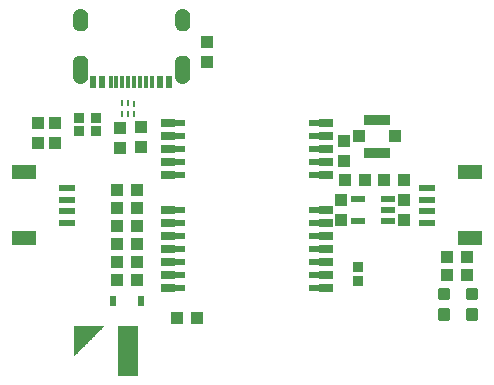
<source format=gtp>
G75*
%MOIN*%
%OFA0B0*%
%FSLAX25Y25*%
%IPPOS*%
%LPD*%
%AMOC8*
5,1,8,0,0,1.08239X$1,22.5*
%
%ADD10R,0.07874X0.04724*%
%ADD11R,0.05315X0.02362*%
%ADD12R,0.04331X0.03937*%
%ADD13C,0.00197*%
%ADD14R,0.06693X0.16535*%
%ADD15R,0.03937X0.04331*%
%ADD16C,0.01181*%
%ADD17R,0.02480X0.03268*%
%ADD18R,0.08661X0.03346*%
%ADD19R,0.04134X0.03937*%
%ADD20R,0.04724X0.02165*%
%ADD21R,0.04724X0.03150*%
%ADD22R,0.03543X0.02362*%
%ADD23R,0.00984X0.02402*%
%ADD24R,0.00984X0.02205*%
%ADD25R,0.01181X0.04000*%
%ADD26R,0.02362X0.04000*%
%ADD27R,0.02165X0.04000*%
%ADD28C,0.00039*%
%ADD29R,0.03543X0.03346*%
D10*
X0158865Y0127876D03*
X0158865Y0149924D03*
X0307802Y0149924D03*
X0307802Y0127876D03*
D11*
X0293333Y0132994D03*
X0293333Y0136931D03*
X0293333Y0140869D03*
X0293333Y0144806D03*
X0173333Y0144806D03*
X0173333Y0140869D03*
X0173333Y0136931D03*
X0173333Y0132994D03*
D12*
X0189987Y0131900D03*
X0196680Y0131900D03*
X0196680Y0125900D03*
X0189987Y0125900D03*
X0189987Y0119900D03*
X0196680Y0119900D03*
X0196680Y0113900D03*
X0189987Y0113900D03*
X0209987Y0101400D03*
X0216680Y0101400D03*
X0196680Y0137900D03*
X0189987Y0137900D03*
X0189987Y0143900D03*
X0196680Y0143900D03*
X0265987Y0147400D03*
X0272680Y0147400D03*
X0278987Y0147400D03*
X0285680Y0147400D03*
X0299987Y0121600D03*
X0299987Y0115600D03*
X0306680Y0115600D03*
X0306680Y0121600D03*
D13*
X0185231Y0098551D02*
X0175782Y0089102D01*
X0175782Y0098551D01*
X0185231Y0098551D01*
X0185123Y0098443D02*
X0175782Y0098443D01*
X0175782Y0098248D02*
X0184928Y0098248D01*
X0184732Y0098053D02*
X0175782Y0098053D01*
X0175782Y0097857D02*
X0184537Y0097857D01*
X0184342Y0097662D02*
X0175782Y0097662D01*
X0175782Y0097467D02*
X0184146Y0097467D01*
X0183951Y0097271D02*
X0175782Y0097271D01*
X0175782Y0097076D02*
X0183756Y0097076D01*
X0183560Y0096881D02*
X0175782Y0096881D01*
X0175782Y0096685D02*
X0183365Y0096685D01*
X0183170Y0096490D02*
X0175782Y0096490D01*
X0175782Y0096294D02*
X0182974Y0096294D01*
X0182779Y0096099D02*
X0175782Y0096099D01*
X0175782Y0095904D02*
X0182583Y0095904D01*
X0182388Y0095708D02*
X0175782Y0095708D01*
X0175782Y0095513D02*
X0182193Y0095513D01*
X0181997Y0095318D02*
X0175782Y0095318D01*
X0175782Y0095122D02*
X0181802Y0095122D01*
X0181607Y0094927D02*
X0175782Y0094927D01*
X0175782Y0094732D02*
X0181411Y0094732D01*
X0181216Y0094536D02*
X0175782Y0094536D01*
X0175782Y0094341D02*
X0181021Y0094341D01*
X0180825Y0094145D02*
X0175782Y0094145D01*
X0175782Y0093950D02*
X0180630Y0093950D01*
X0180435Y0093755D02*
X0175782Y0093755D01*
X0175782Y0093559D02*
X0180239Y0093559D01*
X0180044Y0093364D02*
X0175782Y0093364D01*
X0175782Y0093169D02*
X0179848Y0093169D01*
X0179653Y0092973D02*
X0175782Y0092973D01*
X0175782Y0092778D02*
X0179458Y0092778D01*
X0179262Y0092583D02*
X0175782Y0092583D01*
X0175782Y0092387D02*
X0179067Y0092387D01*
X0178872Y0092192D02*
X0175782Y0092192D01*
X0175782Y0091996D02*
X0178676Y0091996D01*
X0178481Y0091801D02*
X0175782Y0091801D01*
X0175782Y0091606D02*
X0178286Y0091606D01*
X0178090Y0091410D02*
X0175782Y0091410D01*
X0175782Y0091215D02*
X0177895Y0091215D01*
X0177699Y0091020D02*
X0175782Y0091020D01*
X0175782Y0090824D02*
X0177504Y0090824D01*
X0177309Y0090629D02*
X0175782Y0090629D01*
X0175782Y0090434D02*
X0177113Y0090434D01*
X0176918Y0090238D02*
X0175782Y0090238D01*
X0175782Y0090043D02*
X0176723Y0090043D01*
X0176527Y0089847D02*
X0175782Y0089847D01*
X0175782Y0089652D02*
X0176332Y0089652D01*
X0176137Y0089457D02*
X0175782Y0089457D01*
X0175782Y0089261D02*
X0175941Y0089261D01*
D14*
X0193617Y0090362D03*
D15*
X0264833Y0134054D03*
X0264833Y0140746D03*
X0265833Y0153554D03*
X0265833Y0160246D03*
X0285833Y0140746D03*
X0285833Y0134054D03*
X0220133Y0186654D03*
X0220133Y0193346D03*
X0198133Y0164946D03*
X0198133Y0158254D03*
X0190933Y0158054D03*
X0190933Y0164746D03*
X0169433Y0166246D03*
X0163533Y0166246D03*
X0163533Y0159554D03*
X0169433Y0159554D03*
D16*
X0297555Y0110831D02*
X0300311Y0110831D01*
X0300311Y0108075D01*
X0297555Y0108075D01*
X0297555Y0110831D01*
X0297555Y0109197D02*
X0300311Y0109197D01*
X0300311Y0110319D02*
X0297555Y0110319D01*
X0307055Y0110831D02*
X0309811Y0110831D01*
X0309811Y0108075D01*
X0307055Y0108075D01*
X0307055Y0110831D01*
X0307055Y0109197D02*
X0309811Y0109197D01*
X0309811Y0110319D02*
X0307055Y0110319D01*
X0307055Y0103925D02*
X0309811Y0103925D01*
X0309811Y0101169D01*
X0307055Y0101169D01*
X0307055Y0103925D01*
X0307055Y0102291D02*
X0309811Y0102291D01*
X0309811Y0103413D02*
X0307055Y0103413D01*
X0300311Y0103925D02*
X0297555Y0103925D01*
X0300311Y0103925D02*
X0300311Y0101169D01*
X0297555Y0101169D01*
X0297555Y0103925D01*
X0297555Y0102291D02*
X0300311Y0102291D01*
X0300311Y0103413D02*
X0297555Y0103413D01*
D17*
X0197861Y0106900D03*
X0188806Y0106900D03*
D18*
X0276833Y0156487D03*
X0276833Y0167313D03*
D19*
X0270829Y0161900D03*
X0282837Y0161900D03*
D20*
X0280452Y0141140D03*
X0280452Y0137400D03*
X0280452Y0133660D03*
X0270215Y0133660D03*
X0270215Y0141140D03*
D21*
X0259711Y0137325D03*
X0259711Y0132994D03*
X0259711Y0128664D03*
X0259711Y0124333D03*
X0259711Y0120002D03*
X0259711Y0115672D03*
X0259711Y0111341D03*
X0206955Y0111341D03*
X0206955Y0115672D03*
X0206955Y0120002D03*
X0206955Y0124333D03*
X0206955Y0128664D03*
X0206955Y0132994D03*
X0206955Y0137325D03*
X0206955Y0149136D03*
X0206955Y0153467D03*
X0206955Y0157798D03*
X0206955Y0162128D03*
X0206955Y0166459D03*
X0259711Y0166459D03*
X0259711Y0162128D03*
X0259711Y0157798D03*
X0259711Y0153467D03*
X0259711Y0149136D03*
D22*
X0255577Y0149136D03*
X0255577Y0153467D03*
X0255577Y0157798D03*
X0255577Y0162128D03*
X0255577Y0166459D03*
X0255577Y0137325D03*
X0255577Y0132994D03*
X0255577Y0128664D03*
X0255577Y0124333D03*
X0255577Y0120002D03*
X0255577Y0115672D03*
X0255577Y0111341D03*
X0211089Y0111341D03*
X0211089Y0115672D03*
X0211089Y0120002D03*
X0211089Y0124333D03*
X0211089Y0128664D03*
X0211089Y0132994D03*
X0211089Y0137325D03*
X0211089Y0149136D03*
X0211089Y0153467D03*
X0211089Y0157798D03*
X0211089Y0162128D03*
X0211089Y0166459D03*
D23*
X0195702Y0172794D03*
D24*
X0193733Y0172893D03*
X0191765Y0172893D03*
X0191765Y0169507D03*
X0193733Y0169507D03*
X0195702Y0169507D03*
D25*
X0195718Y0180094D03*
X0197686Y0180094D03*
X0199655Y0180094D03*
X0201623Y0180094D03*
X0193749Y0180094D03*
X0191781Y0180094D03*
X0189812Y0180094D03*
X0187844Y0180094D03*
D26*
X0182036Y0180094D03*
X0207430Y0180094D03*
D27*
X0204379Y0180094D03*
X0185088Y0180094D03*
D28*
X0180027Y0181518D02*
X0179881Y0181097D01*
X0179655Y0180712D01*
X0179359Y0180378D01*
X0179004Y0180109D01*
X0178602Y0179914D01*
X0178171Y0179801D01*
X0177725Y0179775D01*
X0177280Y0179801D01*
X0176849Y0179914D01*
X0176447Y0180109D01*
X0176092Y0180378D01*
X0175796Y0180712D01*
X0175570Y0181097D01*
X0175424Y0181518D01*
X0175363Y0181960D01*
X0175363Y0186684D01*
X0175444Y0187183D01*
X0175633Y0187651D01*
X0175922Y0188066D01*
X0176297Y0188406D01*
X0176737Y0188654D01*
X0177221Y0188798D01*
X0177725Y0188830D01*
X0178230Y0188798D01*
X0178714Y0188654D01*
X0179154Y0188406D01*
X0179528Y0188066D01*
X0179817Y0187651D01*
X0180007Y0187183D01*
X0180088Y0186684D01*
X0180088Y0181960D01*
X0180027Y0181518D01*
X0180027Y0181522D02*
X0175424Y0181522D01*
X0175418Y0181560D02*
X0180033Y0181560D01*
X0180038Y0181598D02*
X0175413Y0181598D01*
X0175408Y0181636D02*
X0180043Y0181636D01*
X0180048Y0181674D02*
X0175403Y0181674D01*
X0175397Y0181712D02*
X0180053Y0181712D01*
X0180059Y0181750D02*
X0175392Y0181750D01*
X0175387Y0181788D02*
X0180064Y0181788D01*
X0180069Y0181826D02*
X0175382Y0181826D01*
X0175377Y0181863D02*
X0180074Y0181863D01*
X0180080Y0181901D02*
X0175371Y0181901D01*
X0175366Y0181939D02*
X0180085Y0181939D01*
X0180088Y0181977D02*
X0175363Y0181977D01*
X0175363Y0182015D02*
X0180088Y0182015D01*
X0180088Y0182053D02*
X0175363Y0182053D01*
X0175363Y0182091D02*
X0180088Y0182091D01*
X0180088Y0182129D02*
X0175363Y0182129D01*
X0175363Y0182166D02*
X0180088Y0182166D01*
X0180088Y0182204D02*
X0175363Y0182204D01*
X0175363Y0182242D02*
X0180088Y0182242D01*
X0180088Y0182280D02*
X0175363Y0182280D01*
X0175363Y0182318D02*
X0180088Y0182318D01*
X0180088Y0182356D02*
X0175363Y0182356D01*
X0175363Y0182394D02*
X0180088Y0182394D01*
X0180088Y0182432D02*
X0175363Y0182432D01*
X0175363Y0182470D02*
X0180088Y0182470D01*
X0180088Y0182507D02*
X0175363Y0182507D01*
X0175363Y0182545D02*
X0180088Y0182545D01*
X0180088Y0182583D02*
X0175363Y0182583D01*
X0175363Y0182621D02*
X0180088Y0182621D01*
X0180088Y0182659D02*
X0175363Y0182659D01*
X0175363Y0182697D02*
X0180088Y0182697D01*
X0180088Y0182735D02*
X0175363Y0182735D01*
X0175363Y0182773D02*
X0180088Y0182773D01*
X0180088Y0182810D02*
X0175363Y0182810D01*
X0175363Y0182848D02*
X0180088Y0182848D01*
X0180088Y0182886D02*
X0175363Y0182886D01*
X0175363Y0182924D02*
X0180088Y0182924D01*
X0180088Y0182962D02*
X0175363Y0182962D01*
X0175363Y0183000D02*
X0180088Y0183000D01*
X0180088Y0183038D02*
X0175363Y0183038D01*
X0175363Y0183076D02*
X0180088Y0183076D01*
X0180088Y0183114D02*
X0175363Y0183114D01*
X0175363Y0183151D02*
X0180088Y0183151D01*
X0180088Y0183189D02*
X0175363Y0183189D01*
X0175363Y0183227D02*
X0180088Y0183227D01*
X0180088Y0183265D02*
X0175363Y0183265D01*
X0175363Y0183303D02*
X0180088Y0183303D01*
X0180088Y0183341D02*
X0175363Y0183341D01*
X0175363Y0183379D02*
X0180088Y0183379D01*
X0180088Y0183417D02*
X0175363Y0183417D01*
X0175363Y0183454D02*
X0180088Y0183454D01*
X0180088Y0183492D02*
X0175363Y0183492D01*
X0175363Y0183530D02*
X0180088Y0183530D01*
X0180088Y0183568D02*
X0175363Y0183568D01*
X0175363Y0183606D02*
X0180088Y0183606D01*
X0180088Y0183644D02*
X0175363Y0183644D01*
X0175363Y0183682D02*
X0180088Y0183682D01*
X0180088Y0183720D02*
X0175363Y0183720D01*
X0175363Y0183757D02*
X0180088Y0183757D01*
X0180088Y0183795D02*
X0175363Y0183795D01*
X0175363Y0183833D02*
X0180088Y0183833D01*
X0180088Y0183871D02*
X0175363Y0183871D01*
X0175363Y0183909D02*
X0180088Y0183909D01*
X0180088Y0183947D02*
X0175363Y0183947D01*
X0175363Y0183985D02*
X0180088Y0183985D01*
X0180088Y0184023D02*
X0175363Y0184023D01*
X0175363Y0184061D02*
X0180088Y0184061D01*
X0180088Y0184098D02*
X0175363Y0184098D01*
X0175363Y0184136D02*
X0180088Y0184136D01*
X0180088Y0184174D02*
X0175363Y0184174D01*
X0175363Y0184212D02*
X0180088Y0184212D01*
X0180088Y0184250D02*
X0175363Y0184250D01*
X0175363Y0184288D02*
X0180088Y0184288D01*
X0180088Y0184326D02*
X0175363Y0184326D01*
X0175363Y0184364D02*
X0180088Y0184364D01*
X0180088Y0184401D02*
X0175363Y0184401D01*
X0175363Y0184439D02*
X0180088Y0184439D01*
X0180088Y0184477D02*
X0175363Y0184477D01*
X0175363Y0184515D02*
X0180088Y0184515D01*
X0180088Y0184553D02*
X0175363Y0184553D01*
X0175363Y0184591D02*
X0180088Y0184591D01*
X0180088Y0184629D02*
X0175363Y0184629D01*
X0175363Y0184667D02*
X0180088Y0184667D01*
X0180088Y0184705D02*
X0175363Y0184705D01*
X0175363Y0184742D02*
X0180088Y0184742D01*
X0180088Y0184780D02*
X0175363Y0184780D01*
X0175363Y0184818D02*
X0180088Y0184818D01*
X0180088Y0184856D02*
X0175363Y0184856D01*
X0175363Y0184894D02*
X0180088Y0184894D01*
X0180088Y0184932D02*
X0175363Y0184932D01*
X0175363Y0184970D02*
X0180088Y0184970D01*
X0180088Y0185008D02*
X0175363Y0185008D01*
X0175363Y0185045D02*
X0180088Y0185045D01*
X0180088Y0185083D02*
X0175363Y0185083D01*
X0175363Y0185121D02*
X0180088Y0185121D01*
X0180088Y0185159D02*
X0175363Y0185159D01*
X0175363Y0185197D02*
X0180088Y0185197D01*
X0180088Y0185235D02*
X0175363Y0185235D01*
X0175363Y0185273D02*
X0180088Y0185273D01*
X0180088Y0185311D02*
X0175363Y0185311D01*
X0175363Y0185349D02*
X0180088Y0185349D01*
X0180088Y0185386D02*
X0175363Y0185386D01*
X0175363Y0185424D02*
X0180088Y0185424D01*
X0180088Y0185462D02*
X0175363Y0185462D01*
X0175363Y0185500D02*
X0180088Y0185500D01*
X0180088Y0185538D02*
X0175363Y0185538D01*
X0175363Y0185576D02*
X0180088Y0185576D01*
X0180088Y0185614D02*
X0175363Y0185614D01*
X0175363Y0185652D02*
X0180088Y0185652D01*
X0180088Y0185689D02*
X0175363Y0185689D01*
X0175363Y0185727D02*
X0180088Y0185727D01*
X0180088Y0185765D02*
X0175363Y0185765D01*
X0175363Y0185803D02*
X0180088Y0185803D01*
X0180088Y0185841D02*
X0175363Y0185841D01*
X0175363Y0185879D02*
X0180088Y0185879D01*
X0180088Y0185917D02*
X0175363Y0185917D01*
X0175363Y0185955D02*
X0180088Y0185955D01*
X0180088Y0185992D02*
X0175363Y0185992D01*
X0175363Y0186030D02*
X0180088Y0186030D01*
X0180088Y0186068D02*
X0175363Y0186068D01*
X0175363Y0186106D02*
X0180088Y0186106D01*
X0180088Y0186144D02*
X0175363Y0186144D01*
X0175363Y0186182D02*
X0180088Y0186182D01*
X0180088Y0186220D02*
X0175363Y0186220D01*
X0175363Y0186258D02*
X0180088Y0186258D01*
X0180088Y0186296D02*
X0175363Y0186296D01*
X0175363Y0186333D02*
X0180088Y0186333D01*
X0180088Y0186371D02*
X0175363Y0186371D01*
X0175363Y0186409D02*
X0180088Y0186409D01*
X0180088Y0186447D02*
X0175363Y0186447D01*
X0175363Y0186485D02*
X0180088Y0186485D01*
X0180088Y0186523D02*
X0175363Y0186523D01*
X0175363Y0186561D02*
X0180088Y0186561D01*
X0180088Y0186599D02*
X0175363Y0186599D01*
X0175363Y0186636D02*
X0180088Y0186636D01*
X0180088Y0186674D02*
X0175363Y0186674D01*
X0175368Y0186712D02*
X0180083Y0186712D01*
X0180077Y0186750D02*
X0175374Y0186750D01*
X0175380Y0186788D02*
X0180071Y0186788D01*
X0180065Y0186826D02*
X0175386Y0186826D01*
X0175392Y0186864D02*
X0180059Y0186864D01*
X0180053Y0186902D02*
X0175398Y0186902D01*
X0175404Y0186940D02*
X0180046Y0186940D01*
X0180040Y0186977D02*
X0175411Y0186977D01*
X0175417Y0187015D02*
X0180034Y0187015D01*
X0180028Y0187053D02*
X0175423Y0187053D01*
X0175429Y0187091D02*
X0180022Y0187091D01*
X0180016Y0187129D02*
X0175435Y0187129D01*
X0175441Y0187167D02*
X0180010Y0187167D01*
X0179998Y0187205D02*
X0175453Y0187205D01*
X0175468Y0187243D02*
X0179983Y0187243D01*
X0179968Y0187280D02*
X0175483Y0187280D01*
X0175499Y0187318D02*
X0179952Y0187318D01*
X0179937Y0187356D02*
X0175514Y0187356D01*
X0175529Y0187394D02*
X0179922Y0187394D01*
X0179906Y0187432D02*
X0175545Y0187432D01*
X0175560Y0187470D02*
X0179891Y0187470D01*
X0179876Y0187508D02*
X0175575Y0187508D01*
X0175591Y0187546D02*
X0179860Y0187546D01*
X0179845Y0187584D02*
X0175606Y0187584D01*
X0175621Y0187621D02*
X0179830Y0187621D01*
X0179812Y0187659D02*
X0175639Y0187659D01*
X0175665Y0187697D02*
X0179786Y0187697D01*
X0179759Y0187735D02*
X0175692Y0187735D01*
X0175718Y0187773D02*
X0179733Y0187773D01*
X0179706Y0187811D02*
X0175745Y0187811D01*
X0175771Y0187849D02*
X0179680Y0187849D01*
X0179654Y0187887D02*
X0175797Y0187887D01*
X0175824Y0187924D02*
X0179627Y0187924D01*
X0179601Y0187962D02*
X0175850Y0187962D01*
X0175877Y0188000D02*
X0179574Y0188000D01*
X0179548Y0188038D02*
X0175903Y0188038D01*
X0175934Y0188076D02*
X0179517Y0188076D01*
X0179476Y0188114D02*
X0175975Y0188114D01*
X0176017Y0188152D02*
X0179434Y0188152D01*
X0179392Y0188190D02*
X0176059Y0188190D01*
X0176100Y0188227D02*
X0179351Y0188227D01*
X0179309Y0188265D02*
X0176142Y0188265D01*
X0176184Y0188303D02*
X0179267Y0188303D01*
X0179225Y0188341D02*
X0176225Y0188341D01*
X0176267Y0188379D02*
X0179184Y0188379D01*
X0179134Y0188417D02*
X0176316Y0188417D01*
X0176384Y0188455D02*
X0179067Y0188455D01*
X0179000Y0188493D02*
X0176451Y0188493D01*
X0176518Y0188531D02*
X0178933Y0188531D01*
X0178865Y0188568D02*
X0176585Y0188568D01*
X0176653Y0188606D02*
X0178798Y0188606D01*
X0178731Y0188644D02*
X0176720Y0188644D01*
X0176832Y0188682D02*
X0178619Y0188682D01*
X0178491Y0188720D02*
X0176960Y0188720D01*
X0177088Y0188758D02*
X0178363Y0188758D01*
X0178236Y0188796D02*
X0177215Y0188796D01*
X0175436Y0181485D02*
X0180015Y0181485D01*
X0180002Y0181447D02*
X0175449Y0181447D01*
X0175462Y0181409D02*
X0179989Y0181409D01*
X0179976Y0181371D02*
X0175475Y0181371D01*
X0175488Y0181333D02*
X0179963Y0181333D01*
X0179950Y0181295D02*
X0175501Y0181295D01*
X0175515Y0181257D02*
X0179936Y0181257D01*
X0179923Y0181219D02*
X0175528Y0181219D01*
X0175541Y0181182D02*
X0179910Y0181182D01*
X0179897Y0181144D02*
X0175554Y0181144D01*
X0175567Y0181106D02*
X0179884Y0181106D01*
X0179864Y0181068D02*
X0175587Y0181068D01*
X0175609Y0181030D02*
X0179842Y0181030D01*
X0179820Y0180992D02*
X0175631Y0180992D01*
X0175654Y0180954D02*
X0179797Y0180954D01*
X0179775Y0180916D02*
X0175676Y0180916D01*
X0175698Y0180879D02*
X0179753Y0180879D01*
X0179731Y0180841D02*
X0175720Y0180841D01*
X0175742Y0180803D02*
X0179709Y0180803D01*
X0179686Y0180765D02*
X0175764Y0180765D01*
X0175787Y0180727D02*
X0179664Y0180727D01*
X0179635Y0180689D02*
X0175816Y0180689D01*
X0175849Y0180651D02*
X0179602Y0180651D01*
X0179568Y0180613D02*
X0175883Y0180613D01*
X0175917Y0180575D02*
X0179534Y0180575D01*
X0179501Y0180538D02*
X0175950Y0180538D01*
X0175984Y0180500D02*
X0179467Y0180500D01*
X0179433Y0180462D02*
X0176017Y0180462D01*
X0176051Y0180424D02*
X0179400Y0180424D01*
X0179366Y0180386D02*
X0176085Y0180386D01*
X0176131Y0180348D02*
X0179320Y0180348D01*
X0179270Y0180310D02*
X0176181Y0180310D01*
X0176231Y0180272D02*
X0179220Y0180272D01*
X0179170Y0180235D02*
X0176281Y0180235D01*
X0176331Y0180197D02*
X0179120Y0180197D01*
X0179070Y0180159D02*
X0176381Y0180159D01*
X0176431Y0180121D02*
X0179020Y0180121D01*
X0178950Y0180083D02*
X0176500Y0180083D01*
X0176578Y0180045D02*
X0178872Y0180045D01*
X0178794Y0180007D02*
X0176657Y0180007D01*
X0176735Y0179969D02*
X0178716Y0179969D01*
X0178638Y0179931D02*
X0176813Y0179931D01*
X0176927Y0179894D02*
X0178524Y0179894D01*
X0178379Y0179856D02*
X0177072Y0179856D01*
X0177217Y0179818D02*
X0178234Y0179818D01*
X0177812Y0179780D02*
X0177639Y0179780D01*
X0177725Y0197216D02*
X0177263Y0197263D01*
X0176818Y0197400D01*
X0176409Y0197621D01*
X0176051Y0197917D01*
X0175758Y0198278D01*
X0175540Y0198689D01*
X0175407Y0199135D01*
X0175363Y0199598D01*
X0175363Y0201960D01*
X0175410Y0202419D01*
X0175546Y0202859D01*
X0175765Y0203265D01*
X0176059Y0203620D01*
X0176417Y0203911D01*
X0176824Y0204127D01*
X0177266Y0204259D01*
X0177725Y0204302D01*
X0178249Y0204246D01*
X0178747Y0204074D01*
X0179194Y0203795D01*
X0179568Y0203424D01*
X0179850Y0202980D01*
X0180026Y0202483D01*
X0180088Y0201960D01*
X0180088Y0199598D01*
X0180030Y0199070D01*
X0179857Y0198567D01*
X0179576Y0198117D01*
X0179202Y0197739D01*
X0178754Y0197455D01*
X0178253Y0197277D01*
X0177725Y0197216D01*
X0177961Y0197243D02*
X0177457Y0197243D01*
X0177205Y0197281D02*
X0178264Y0197281D01*
X0178370Y0197319D02*
X0177082Y0197319D01*
X0176959Y0197357D02*
X0178477Y0197357D01*
X0178584Y0197395D02*
X0176836Y0197395D01*
X0176758Y0197433D02*
X0178691Y0197433D01*
X0178778Y0197471D02*
X0176688Y0197471D01*
X0176618Y0197508D02*
X0178838Y0197508D01*
X0178898Y0197546D02*
X0176548Y0197546D01*
X0176477Y0197584D02*
X0178958Y0197584D01*
X0179017Y0197622D02*
X0176408Y0197622D01*
X0176362Y0197660D02*
X0179077Y0197660D01*
X0179137Y0197698D02*
X0176316Y0197698D01*
X0176271Y0197736D02*
X0179196Y0197736D01*
X0179236Y0197774D02*
X0176225Y0197774D01*
X0176179Y0197811D02*
X0179274Y0197811D01*
X0179311Y0197849D02*
X0176133Y0197849D01*
X0176088Y0197887D02*
X0179349Y0197887D01*
X0179386Y0197925D02*
X0176045Y0197925D01*
X0176014Y0197963D02*
X0179424Y0197963D01*
X0179462Y0198001D02*
X0175983Y0198001D01*
X0175952Y0198039D02*
X0179499Y0198039D01*
X0179537Y0198077D02*
X0175922Y0198077D01*
X0175891Y0198115D02*
X0179574Y0198115D01*
X0179599Y0198152D02*
X0175860Y0198152D01*
X0175829Y0198190D02*
X0179622Y0198190D01*
X0179646Y0198228D02*
X0175798Y0198228D01*
X0175767Y0198266D02*
X0179669Y0198266D01*
X0179693Y0198304D02*
X0175744Y0198304D01*
X0175724Y0198342D02*
X0179717Y0198342D01*
X0179740Y0198380D02*
X0175704Y0198380D01*
X0175684Y0198418D02*
X0179764Y0198418D01*
X0179787Y0198455D02*
X0175664Y0198455D01*
X0175644Y0198493D02*
X0179811Y0198493D01*
X0179834Y0198531D02*
X0175624Y0198531D01*
X0175604Y0198569D02*
X0179858Y0198569D01*
X0179871Y0198607D02*
X0175584Y0198607D01*
X0175563Y0198645D02*
X0179884Y0198645D01*
X0179897Y0198683D02*
X0175543Y0198683D01*
X0175531Y0198721D02*
X0179910Y0198721D01*
X0179923Y0198759D02*
X0175519Y0198759D01*
X0175508Y0198796D02*
X0179936Y0198796D01*
X0179949Y0198834D02*
X0175497Y0198834D01*
X0175485Y0198872D02*
X0179962Y0198872D01*
X0179975Y0198910D02*
X0175474Y0198910D01*
X0175463Y0198948D02*
X0179988Y0198948D01*
X0180001Y0198986D02*
X0175451Y0198986D01*
X0175440Y0199024D02*
X0180015Y0199024D01*
X0180028Y0199062D02*
X0175429Y0199062D01*
X0175417Y0199099D02*
X0180034Y0199099D01*
X0180038Y0199137D02*
X0175407Y0199137D01*
X0175403Y0199175D02*
X0180042Y0199175D01*
X0180046Y0199213D02*
X0175400Y0199213D01*
X0175396Y0199251D02*
X0180050Y0199251D01*
X0180054Y0199289D02*
X0175392Y0199289D01*
X0175389Y0199327D02*
X0180058Y0199327D01*
X0180062Y0199365D02*
X0175385Y0199365D01*
X0175382Y0199403D02*
X0180066Y0199403D01*
X0180071Y0199440D02*
X0175378Y0199440D01*
X0175375Y0199478D02*
X0180075Y0199478D01*
X0180079Y0199516D02*
X0175371Y0199516D01*
X0175367Y0199554D02*
X0180083Y0199554D01*
X0180087Y0199592D02*
X0175364Y0199592D01*
X0175363Y0199630D02*
X0180088Y0199630D01*
X0180088Y0199668D02*
X0175363Y0199668D01*
X0175363Y0199706D02*
X0180088Y0199706D01*
X0180088Y0199743D02*
X0175363Y0199743D01*
X0175363Y0199781D02*
X0180088Y0199781D01*
X0180088Y0199819D02*
X0175363Y0199819D01*
X0175363Y0199857D02*
X0180088Y0199857D01*
X0180088Y0199895D02*
X0175363Y0199895D01*
X0175363Y0199933D02*
X0180088Y0199933D01*
X0180088Y0199971D02*
X0175363Y0199971D01*
X0175363Y0200009D02*
X0180088Y0200009D01*
X0180088Y0200046D02*
X0175363Y0200046D01*
X0175363Y0200084D02*
X0180088Y0200084D01*
X0180088Y0200122D02*
X0175363Y0200122D01*
X0175363Y0200160D02*
X0180088Y0200160D01*
X0180088Y0200198D02*
X0175363Y0200198D01*
X0175363Y0200236D02*
X0180088Y0200236D01*
X0180088Y0200274D02*
X0175363Y0200274D01*
X0175363Y0200312D02*
X0180088Y0200312D01*
X0180088Y0200350D02*
X0175363Y0200350D01*
X0175363Y0200387D02*
X0180088Y0200387D01*
X0180088Y0200425D02*
X0175363Y0200425D01*
X0175363Y0200463D02*
X0180088Y0200463D01*
X0180088Y0200501D02*
X0175363Y0200501D01*
X0175363Y0200539D02*
X0180088Y0200539D01*
X0180088Y0200577D02*
X0175363Y0200577D01*
X0175363Y0200615D02*
X0180088Y0200615D01*
X0180088Y0200653D02*
X0175363Y0200653D01*
X0175363Y0200690D02*
X0180088Y0200690D01*
X0180088Y0200728D02*
X0175363Y0200728D01*
X0175363Y0200766D02*
X0180088Y0200766D01*
X0180088Y0200804D02*
X0175363Y0200804D01*
X0175363Y0200842D02*
X0180088Y0200842D01*
X0180088Y0200880D02*
X0175363Y0200880D01*
X0175363Y0200918D02*
X0180088Y0200918D01*
X0180088Y0200956D02*
X0175363Y0200956D01*
X0175363Y0200994D02*
X0180088Y0200994D01*
X0180088Y0201031D02*
X0175363Y0201031D01*
X0175363Y0201069D02*
X0180088Y0201069D01*
X0180088Y0201107D02*
X0175363Y0201107D01*
X0175363Y0201145D02*
X0180088Y0201145D01*
X0180088Y0201183D02*
X0175363Y0201183D01*
X0175363Y0201221D02*
X0180088Y0201221D01*
X0180088Y0201259D02*
X0175363Y0201259D01*
X0175363Y0201297D02*
X0180088Y0201297D01*
X0180088Y0201334D02*
X0175363Y0201334D01*
X0175363Y0201372D02*
X0180088Y0201372D01*
X0180088Y0201410D02*
X0175363Y0201410D01*
X0175363Y0201448D02*
X0180088Y0201448D01*
X0180088Y0201486D02*
X0175363Y0201486D01*
X0175363Y0201524D02*
X0180088Y0201524D01*
X0180088Y0201562D02*
X0175363Y0201562D01*
X0175363Y0201600D02*
X0180088Y0201600D01*
X0180088Y0201638D02*
X0175363Y0201638D01*
X0175363Y0201675D02*
X0180088Y0201675D01*
X0180088Y0201713D02*
X0175363Y0201713D01*
X0175363Y0201751D02*
X0180088Y0201751D01*
X0180088Y0201789D02*
X0175363Y0201789D01*
X0175363Y0201827D02*
X0180088Y0201827D01*
X0180088Y0201865D02*
X0175363Y0201865D01*
X0175363Y0201903D02*
X0180088Y0201903D01*
X0180088Y0201941D02*
X0175363Y0201941D01*
X0175365Y0201978D02*
X0180085Y0201978D01*
X0180081Y0202016D02*
X0175369Y0202016D01*
X0175373Y0202054D02*
X0180077Y0202054D01*
X0180072Y0202092D02*
X0175377Y0202092D01*
X0175381Y0202130D02*
X0180068Y0202130D01*
X0180063Y0202168D02*
X0175385Y0202168D01*
X0175388Y0202206D02*
X0180059Y0202206D01*
X0180054Y0202244D02*
X0175392Y0202244D01*
X0175396Y0202281D02*
X0180050Y0202281D01*
X0180046Y0202319D02*
X0175400Y0202319D01*
X0175404Y0202357D02*
X0180041Y0202357D01*
X0180037Y0202395D02*
X0175408Y0202395D01*
X0175415Y0202433D02*
X0180032Y0202433D01*
X0180028Y0202471D02*
X0175426Y0202471D01*
X0175438Y0202509D02*
X0180017Y0202509D01*
X0180004Y0202547D02*
X0175450Y0202547D01*
X0175461Y0202585D02*
X0179990Y0202585D01*
X0179977Y0202622D02*
X0175473Y0202622D01*
X0175485Y0202660D02*
X0179964Y0202660D01*
X0179950Y0202698D02*
X0175496Y0202698D01*
X0175508Y0202736D02*
X0179937Y0202736D01*
X0179923Y0202774D02*
X0175520Y0202774D01*
X0175531Y0202812D02*
X0179910Y0202812D01*
X0179896Y0202850D02*
X0175543Y0202850D01*
X0175561Y0202888D02*
X0179883Y0202888D01*
X0179870Y0202925D02*
X0175582Y0202925D01*
X0175602Y0202963D02*
X0179856Y0202963D01*
X0179837Y0203001D02*
X0175623Y0203001D01*
X0175643Y0203039D02*
X0179813Y0203039D01*
X0179789Y0203077D02*
X0175664Y0203077D01*
X0175684Y0203115D02*
X0179765Y0203115D01*
X0179741Y0203153D02*
X0175705Y0203153D01*
X0175725Y0203191D02*
X0179717Y0203191D01*
X0179693Y0203229D02*
X0175745Y0203229D01*
X0175766Y0203266D02*
X0179668Y0203266D01*
X0179644Y0203304D02*
X0175798Y0203304D01*
X0175829Y0203342D02*
X0179620Y0203342D01*
X0179596Y0203380D02*
X0175860Y0203380D01*
X0175892Y0203418D02*
X0179572Y0203418D01*
X0179537Y0203456D02*
X0175923Y0203456D01*
X0175954Y0203494D02*
X0179498Y0203494D01*
X0179460Y0203532D02*
X0175986Y0203532D01*
X0176017Y0203569D02*
X0179422Y0203569D01*
X0179384Y0203607D02*
X0176048Y0203607D01*
X0176090Y0203645D02*
X0179346Y0203645D01*
X0179307Y0203683D02*
X0176136Y0203683D01*
X0176183Y0203721D02*
X0179269Y0203721D01*
X0179231Y0203759D02*
X0176229Y0203759D01*
X0176276Y0203797D02*
X0179192Y0203797D01*
X0179131Y0203835D02*
X0176323Y0203835D01*
X0176369Y0203873D02*
X0179070Y0203873D01*
X0179009Y0203910D02*
X0176416Y0203910D01*
X0176487Y0203948D02*
X0178949Y0203948D01*
X0178888Y0203986D02*
X0176558Y0203986D01*
X0176630Y0204024D02*
X0178827Y0204024D01*
X0178766Y0204062D02*
X0176701Y0204062D01*
X0176773Y0204100D02*
X0178671Y0204100D01*
X0178562Y0204138D02*
X0176860Y0204138D01*
X0176987Y0204176D02*
X0178452Y0204176D01*
X0178342Y0204213D02*
X0177114Y0204213D01*
X0177240Y0204251D02*
X0178196Y0204251D01*
X0177847Y0204289D02*
X0177586Y0204289D01*
X0209379Y0201960D02*
X0209379Y0199598D01*
X0209423Y0199135D01*
X0209556Y0198689D01*
X0209773Y0198278D01*
X0210067Y0197917D01*
X0210425Y0197621D01*
X0210834Y0197400D01*
X0211279Y0197263D01*
X0211741Y0197216D01*
X0212269Y0197277D01*
X0212769Y0197455D01*
X0213218Y0197739D01*
X0213592Y0198117D01*
X0213873Y0198567D01*
X0214046Y0199070D01*
X0214103Y0199598D01*
X0214103Y0201960D01*
X0214042Y0202483D01*
X0213866Y0202980D01*
X0213584Y0203424D01*
X0213210Y0203795D01*
X0212763Y0204074D01*
X0212265Y0204246D01*
X0211741Y0204302D01*
X0211282Y0204259D01*
X0210840Y0204127D01*
X0210433Y0203911D01*
X0210075Y0203620D01*
X0209781Y0203265D01*
X0209562Y0202859D01*
X0209426Y0202419D01*
X0209379Y0201960D01*
X0209381Y0201978D02*
X0214101Y0201978D01*
X0214103Y0201941D02*
X0209379Y0201941D01*
X0209379Y0201903D02*
X0214103Y0201903D01*
X0214103Y0201865D02*
X0209379Y0201865D01*
X0209379Y0201827D02*
X0214103Y0201827D01*
X0214103Y0201789D02*
X0209379Y0201789D01*
X0209379Y0201751D02*
X0214103Y0201751D01*
X0214103Y0201713D02*
X0209379Y0201713D01*
X0209379Y0201675D02*
X0214103Y0201675D01*
X0214103Y0201638D02*
X0209379Y0201638D01*
X0209379Y0201600D02*
X0214103Y0201600D01*
X0214103Y0201562D02*
X0209379Y0201562D01*
X0209379Y0201524D02*
X0214103Y0201524D01*
X0214103Y0201486D02*
X0209379Y0201486D01*
X0209379Y0201448D02*
X0214103Y0201448D01*
X0214103Y0201410D02*
X0209379Y0201410D01*
X0209379Y0201372D02*
X0214103Y0201372D01*
X0214103Y0201334D02*
X0209379Y0201334D01*
X0209379Y0201297D02*
X0214103Y0201297D01*
X0214103Y0201259D02*
X0209379Y0201259D01*
X0209379Y0201221D02*
X0214103Y0201221D01*
X0214103Y0201183D02*
X0209379Y0201183D01*
X0209379Y0201145D02*
X0214103Y0201145D01*
X0214103Y0201107D02*
X0209379Y0201107D01*
X0209379Y0201069D02*
X0214103Y0201069D01*
X0214103Y0201031D02*
X0209379Y0201031D01*
X0209379Y0200994D02*
X0214103Y0200994D01*
X0214103Y0200956D02*
X0209379Y0200956D01*
X0209379Y0200918D02*
X0214103Y0200918D01*
X0214103Y0200880D02*
X0209379Y0200880D01*
X0209379Y0200842D02*
X0214103Y0200842D01*
X0214103Y0200804D02*
X0209379Y0200804D01*
X0209379Y0200766D02*
X0214103Y0200766D01*
X0214103Y0200728D02*
X0209379Y0200728D01*
X0209379Y0200690D02*
X0214103Y0200690D01*
X0214103Y0200653D02*
X0209379Y0200653D01*
X0209379Y0200615D02*
X0214103Y0200615D01*
X0214103Y0200577D02*
X0209379Y0200577D01*
X0209379Y0200539D02*
X0214103Y0200539D01*
X0214103Y0200501D02*
X0209379Y0200501D01*
X0209379Y0200463D02*
X0214103Y0200463D01*
X0214103Y0200425D02*
X0209379Y0200425D01*
X0209379Y0200387D02*
X0214103Y0200387D01*
X0214103Y0200350D02*
X0209379Y0200350D01*
X0209379Y0200312D02*
X0214103Y0200312D01*
X0214103Y0200274D02*
X0209379Y0200274D01*
X0209379Y0200236D02*
X0214103Y0200236D01*
X0214103Y0200198D02*
X0209379Y0200198D01*
X0209379Y0200160D02*
X0214103Y0200160D01*
X0214103Y0200122D02*
X0209379Y0200122D01*
X0209379Y0200084D02*
X0214103Y0200084D01*
X0214103Y0200046D02*
X0209379Y0200046D01*
X0209379Y0200009D02*
X0214103Y0200009D01*
X0214103Y0199971D02*
X0209379Y0199971D01*
X0209379Y0199933D02*
X0214103Y0199933D01*
X0214103Y0199895D02*
X0209379Y0199895D01*
X0209379Y0199857D02*
X0214103Y0199857D01*
X0214103Y0199819D02*
X0209379Y0199819D01*
X0209379Y0199781D02*
X0214103Y0199781D01*
X0214103Y0199743D02*
X0209379Y0199743D01*
X0209379Y0199706D02*
X0214103Y0199706D01*
X0214103Y0199668D02*
X0209379Y0199668D01*
X0209379Y0199630D02*
X0214103Y0199630D01*
X0214103Y0199592D02*
X0209380Y0199592D01*
X0209383Y0199554D02*
X0214099Y0199554D01*
X0214095Y0199516D02*
X0209387Y0199516D01*
X0209390Y0199478D02*
X0214090Y0199478D01*
X0214086Y0199440D02*
X0209394Y0199440D01*
X0209397Y0199403D02*
X0214082Y0199403D01*
X0214078Y0199365D02*
X0209401Y0199365D01*
X0209405Y0199327D02*
X0214074Y0199327D01*
X0214070Y0199289D02*
X0209408Y0199289D01*
X0209412Y0199251D02*
X0214066Y0199251D01*
X0214062Y0199213D02*
X0209415Y0199213D01*
X0209419Y0199175D02*
X0214058Y0199175D01*
X0214053Y0199137D02*
X0209422Y0199137D01*
X0209433Y0199099D02*
X0214049Y0199099D01*
X0214043Y0199062D02*
X0209445Y0199062D01*
X0209456Y0199024D02*
X0214030Y0199024D01*
X0214017Y0198986D02*
X0209467Y0198986D01*
X0209478Y0198948D02*
X0214004Y0198948D01*
X0213991Y0198910D02*
X0209490Y0198910D01*
X0209501Y0198872D02*
X0213978Y0198872D01*
X0213965Y0198834D02*
X0209512Y0198834D01*
X0209524Y0198796D02*
X0213952Y0198796D01*
X0213939Y0198759D02*
X0209535Y0198759D01*
X0209546Y0198721D02*
X0213926Y0198721D01*
X0213913Y0198683D02*
X0209559Y0198683D01*
X0209579Y0198645D02*
X0213900Y0198645D01*
X0213886Y0198607D02*
X0209599Y0198607D01*
X0209619Y0198569D02*
X0213873Y0198569D01*
X0213850Y0198531D02*
X0209639Y0198531D01*
X0209659Y0198493D02*
X0213827Y0198493D01*
X0213803Y0198455D02*
X0209679Y0198455D01*
X0209699Y0198418D02*
X0213779Y0198418D01*
X0213756Y0198380D02*
X0209720Y0198380D01*
X0209740Y0198342D02*
X0213732Y0198342D01*
X0213709Y0198304D02*
X0209760Y0198304D01*
X0209783Y0198266D02*
X0213685Y0198266D01*
X0213662Y0198228D02*
X0209814Y0198228D01*
X0209845Y0198190D02*
X0213638Y0198190D01*
X0213614Y0198152D02*
X0209876Y0198152D01*
X0209906Y0198115D02*
X0213590Y0198115D01*
X0213552Y0198077D02*
X0209937Y0198077D01*
X0209968Y0198039D02*
X0213515Y0198039D01*
X0213477Y0198001D02*
X0209999Y0198001D01*
X0210030Y0197963D02*
X0213440Y0197963D01*
X0213402Y0197925D02*
X0210061Y0197925D01*
X0210103Y0197887D02*
X0213365Y0197887D01*
X0213327Y0197849D02*
X0210149Y0197849D01*
X0210195Y0197811D02*
X0213290Y0197811D01*
X0213252Y0197774D02*
X0210241Y0197774D01*
X0210286Y0197736D02*
X0213212Y0197736D01*
X0213152Y0197698D02*
X0210332Y0197698D01*
X0210378Y0197660D02*
X0213093Y0197660D01*
X0213033Y0197622D02*
X0210424Y0197622D01*
X0210493Y0197584D02*
X0212973Y0197584D01*
X0212914Y0197546D02*
X0210563Y0197546D01*
X0210633Y0197508D02*
X0212854Y0197508D01*
X0212794Y0197471D02*
X0210704Y0197471D01*
X0210774Y0197433D02*
X0212707Y0197433D01*
X0212600Y0197395D02*
X0210851Y0197395D01*
X0210974Y0197357D02*
X0212493Y0197357D01*
X0212386Y0197319D02*
X0211097Y0197319D01*
X0211220Y0197281D02*
X0212279Y0197281D01*
X0211977Y0197243D02*
X0211473Y0197243D01*
X0209385Y0202016D02*
X0214097Y0202016D01*
X0214092Y0202054D02*
X0209389Y0202054D01*
X0209393Y0202092D02*
X0214088Y0202092D01*
X0214084Y0202130D02*
X0209396Y0202130D01*
X0209400Y0202168D02*
X0214079Y0202168D01*
X0214075Y0202206D02*
X0209404Y0202206D01*
X0209408Y0202244D02*
X0214070Y0202244D01*
X0214066Y0202281D02*
X0209412Y0202281D01*
X0209416Y0202319D02*
X0214061Y0202319D01*
X0214057Y0202357D02*
X0209420Y0202357D01*
X0209424Y0202395D02*
X0214053Y0202395D01*
X0214048Y0202433D02*
X0209431Y0202433D01*
X0209442Y0202471D02*
X0214044Y0202471D01*
X0214033Y0202509D02*
X0209454Y0202509D01*
X0209466Y0202547D02*
X0214020Y0202547D01*
X0214006Y0202585D02*
X0209477Y0202585D01*
X0209489Y0202622D02*
X0213993Y0202622D01*
X0213979Y0202660D02*
X0209501Y0202660D01*
X0209512Y0202698D02*
X0213966Y0202698D01*
X0213952Y0202736D02*
X0209524Y0202736D01*
X0209536Y0202774D02*
X0213939Y0202774D01*
X0213926Y0202812D02*
X0209547Y0202812D01*
X0209559Y0202850D02*
X0213912Y0202850D01*
X0213899Y0202888D02*
X0209577Y0202888D01*
X0209598Y0202925D02*
X0213885Y0202925D01*
X0213872Y0202963D02*
X0209618Y0202963D01*
X0209638Y0203001D02*
X0213852Y0203001D01*
X0213828Y0203039D02*
X0209659Y0203039D01*
X0209679Y0203077D02*
X0213804Y0203077D01*
X0213780Y0203115D02*
X0209700Y0203115D01*
X0209720Y0203153D02*
X0213756Y0203153D01*
X0213732Y0203191D02*
X0209741Y0203191D01*
X0209761Y0203229D02*
X0213708Y0203229D01*
X0213684Y0203266D02*
X0209782Y0203266D01*
X0209813Y0203304D02*
X0213660Y0203304D01*
X0213636Y0203342D02*
X0209845Y0203342D01*
X0209876Y0203380D02*
X0213612Y0203380D01*
X0213588Y0203418D02*
X0209907Y0203418D01*
X0209939Y0203456D02*
X0213552Y0203456D01*
X0213514Y0203494D02*
X0209970Y0203494D01*
X0210001Y0203532D02*
X0213476Y0203532D01*
X0213438Y0203569D02*
X0210033Y0203569D01*
X0210064Y0203607D02*
X0213400Y0203607D01*
X0213361Y0203645D02*
X0210106Y0203645D01*
X0210152Y0203683D02*
X0213323Y0203683D01*
X0213285Y0203721D02*
X0210199Y0203721D01*
X0210245Y0203759D02*
X0213247Y0203759D01*
X0213208Y0203797D02*
X0210292Y0203797D01*
X0210338Y0203835D02*
X0213147Y0203835D01*
X0213086Y0203873D02*
X0210385Y0203873D01*
X0210431Y0203910D02*
X0213025Y0203910D01*
X0212964Y0203948D02*
X0210502Y0203948D01*
X0210574Y0203986D02*
X0212903Y0203986D01*
X0212843Y0204024D02*
X0210646Y0204024D01*
X0210717Y0204062D02*
X0212782Y0204062D01*
X0212687Y0204100D02*
X0210789Y0204100D01*
X0210876Y0204138D02*
X0212577Y0204138D01*
X0212468Y0204176D02*
X0211003Y0204176D01*
X0211129Y0204213D02*
X0212358Y0204213D01*
X0212212Y0204251D02*
X0211256Y0204251D01*
X0211602Y0204289D02*
X0211862Y0204289D01*
X0211741Y0188830D02*
X0212245Y0188798D01*
X0212730Y0188654D01*
X0213170Y0188406D01*
X0213544Y0188066D01*
X0213833Y0187651D01*
X0214023Y0187183D01*
X0214103Y0186684D01*
X0214103Y0181960D01*
X0214042Y0181518D01*
X0213896Y0181097D01*
X0213671Y0180712D01*
X0213375Y0180378D01*
X0213019Y0180109D01*
X0212618Y0179914D01*
X0212186Y0179801D01*
X0211741Y0179775D01*
X0211296Y0179801D01*
X0210864Y0179914D01*
X0210463Y0180109D01*
X0210108Y0180378D01*
X0209811Y0180712D01*
X0209586Y0181097D01*
X0209440Y0181518D01*
X0209379Y0181960D01*
X0209379Y0186684D01*
X0209460Y0187183D01*
X0209649Y0187651D01*
X0209938Y0188066D01*
X0210312Y0188406D01*
X0210753Y0188654D01*
X0211237Y0188798D01*
X0211741Y0188830D01*
X0211231Y0188796D02*
X0212251Y0188796D01*
X0212379Y0188758D02*
X0211103Y0188758D01*
X0210976Y0188720D02*
X0212507Y0188720D01*
X0212634Y0188682D02*
X0210848Y0188682D01*
X0210736Y0188644D02*
X0212747Y0188644D01*
X0212814Y0188606D02*
X0210668Y0188606D01*
X0210601Y0188568D02*
X0212881Y0188568D01*
X0212948Y0188531D02*
X0210534Y0188531D01*
X0210467Y0188493D02*
X0213016Y0188493D01*
X0213083Y0188455D02*
X0210399Y0188455D01*
X0210332Y0188417D02*
X0213150Y0188417D01*
X0213199Y0188379D02*
X0210283Y0188379D01*
X0210241Y0188341D02*
X0213241Y0188341D01*
X0213283Y0188303D02*
X0210200Y0188303D01*
X0210158Y0188265D02*
X0213325Y0188265D01*
X0213366Y0188227D02*
X0210116Y0188227D01*
X0210074Y0188190D02*
X0213408Y0188190D01*
X0213450Y0188152D02*
X0210033Y0188152D01*
X0209991Y0188114D02*
X0213491Y0188114D01*
X0213533Y0188076D02*
X0209949Y0188076D01*
X0209919Y0188038D02*
X0213564Y0188038D01*
X0213590Y0188000D02*
X0209892Y0188000D01*
X0209866Y0187962D02*
X0213616Y0187962D01*
X0213643Y0187924D02*
X0209840Y0187924D01*
X0209813Y0187887D02*
X0213669Y0187887D01*
X0213696Y0187849D02*
X0209787Y0187849D01*
X0209760Y0187811D02*
X0213722Y0187811D01*
X0213749Y0187773D02*
X0209734Y0187773D01*
X0209707Y0187735D02*
X0213775Y0187735D01*
X0213801Y0187697D02*
X0209681Y0187697D01*
X0209655Y0187659D02*
X0213828Y0187659D01*
X0213845Y0187621D02*
X0209637Y0187621D01*
X0209622Y0187584D02*
X0213861Y0187584D01*
X0213876Y0187546D02*
X0209606Y0187546D01*
X0209591Y0187508D02*
X0213891Y0187508D01*
X0213907Y0187470D02*
X0209576Y0187470D01*
X0209560Y0187432D02*
X0213922Y0187432D01*
X0213937Y0187394D02*
X0209545Y0187394D01*
X0209530Y0187356D02*
X0213953Y0187356D01*
X0213968Y0187318D02*
X0209514Y0187318D01*
X0209499Y0187280D02*
X0213983Y0187280D01*
X0213999Y0187243D02*
X0209484Y0187243D01*
X0209468Y0187205D02*
X0214014Y0187205D01*
X0214025Y0187167D02*
X0209457Y0187167D01*
X0209451Y0187129D02*
X0214032Y0187129D01*
X0214038Y0187091D02*
X0209445Y0187091D01*
X0209439Y0187053D02*
X0214044Y0187053D01*
X0214050Y0187015D02*
X0209432Y0187015D01*
X0209426Y0186977D02*
X0214056Y0186977D01*
X0214062Y0186940D02*
X0209420Y0186940D01*
X0209414Y0186902D02*
X0214068Y0186902D01*
X0214074Y0186864D02*
X0209408Y0186864D01*
X0209402Y0186826D02*
X0214081Y0186826D01*
X0214087Y0186788D02*
X0209396Y0186788D01*
X0209390Y0186750D02*
X0214093Y0186750D01*
X0214099Y0186712D02*
X0209384Y0186712D01*
X0209379Y0186674D02*
X0214103Y0186674D01*
X0214103Y0186636D02*
X0209379Y0186636D01*
X0209379Y0186599D02*
X0214103Y0186599D01*
X0214103Y0186561D02*
X0209379Y0186561D01*
X0209379Y0186523D02*
X0214103Y0186523D01*
X0214103Y0186485D02*
X0209379Y0186485D01*
X0209379Y0186447D02*
X0214103Y0186447D01*
X0214103Y0186409D02*
X0209379Y0186409D01*
X0209379Y0186371D02*
X0214103Y0186371D01*
X0214103Y0186333D02*
X0209379Y0186333D01*
X0209379Y0186296D02*
X0214103Y0186296D01*
X0214103Y0186258D02*
X0209379Y0186258D01*
X0209379Y0186220D02*
X0214103Y0186220D01*
X0214103Y0186182D02*
X0209379Y0186182D01*
X0209379Y0186144D02*
X0214103Y0186144D01*
X0214103Y0186106D02*
X0209379Y0186106D01*
X0209379Y0186068D02*
X0214103Y0186068D01*
X0214103Y0186030D02*
X0209379Y0186030D01*
X0209379Y0185992D02*
X0214103Y0185992D01*
X0214103Y0185955D02*
X0209379Y0185955D01*
X0209379Y0185917D02*
X0214103Y0185917D01*
X0214103Y0185879D02*
X0209379Y0185879D01*
X0209379Y0185841D02*
X0214103Y0185841D01*
X0214103Y0185803D02*
X0209379Y0185803D01*
X0209379Y0185765D02*
X0214103Y0185765D01*
X0214103Y0185727D02*
X0209379Y0185727D01*
X0209379Y0185689D02*
X0214103Y0185689D01*
X0214103Y0185652D02*
X0209379Y0185652D01*
X0209379Y0185614D02*
X0214103Y0185614D01*
X0214103Y0185576D02*
X0209379Y0185576D01*
X0209379Y0185538D02*
X0214103Y0185538D01*
X0214103Y0185500D02*
X0209379Y0185500D01*
X0209379Y0185462D02*
X0214103Y0185462D01*
X0214103Y0185424D02*
X0209379Y0185424D01*
X0209379Y0185386D02*
X0214103Y0185386D01*
X0214103Y0185349D02*
X0209379Y0185349D01*
X0209379Y0185311D02*
X0214103Y0185311D01*
X0214103Y0185273D02*
X0209379Y0185273D01*
X0209379Y0185235D02*
X0214103Y0185235D01*
X0214103Y0185197D02*
X0209379Y0185197D01*
X0209379Y0185159D02*
X0214103Y0185159D01*
X0214103Y0185121D02*
X0209379Y0185121D01*
X0209379Y0185083D02*
X0214103Y0185083D01*
X0214103Y0185045D02*
X0209379Y0185045D01*
X0209379Y0185008D02*
X0214103Y0185008D01*
X0214103Y0184970D02*
X0209379Y0184970D01*
X0209379Y0184932D02*
X0214103Y0184932D01*
X0214103Y0184894D02*
X0209379Y0184894D01*
X0209379Y0184856D02*
X0214103Y0184856D01*
X0214103Y0184818D02*
X0209379Y0184818D01*
X0209379Y0184780D02*
X0214103Y0184780D01*
X0214103Y0184742D02*
X0209379Y0184742D01*
X0209379Y0184705D02*
X0214103Y0184705D01*
X0214103Y0184667D02*
X0209379Y0184667D01*
X0209379Y0184629D02*
X0214103Y0184629D01*
X0214103Y0184591D02*
X0209379Y0184591D01*
X0209379Y0184553D02*
X0214103Y0184553D01*
X0214103Y0184515D02*
X0209379Y0184515D01*
X0209379Y0184477D02*
X0214103Y0184477D01*
X0214103Y0184439D02*
X0209379Y0184439D01*
X0209379Y0184401D02*
X0214103Y0184401D01*
X0214103Y0184364D02*
X0209379Y0184364D01*
X0209379Y0184326D02*
X0214103Y0184326D01*
X0214103Y0184288D02*
X0209379Y0184288D01*
X0209379Y0184250D02*
X0214103Y0184250D01*
X0214103Y0184212D02*
X0209379Y0184212D01*
X0209379Y0184174D02*
X0214103Y0184174D01*
X0214103Y0184136D02*
X0209379Y0184136D01*
X0209379Y0184098D02*
X0214103Y0184098D01*
X0214103Y0184061D02*
X0209379Y0184061D01*
X0209379Y0184023D02*
X0214103Y0184023D01*
X0214103Y0183985D02*
X0209379Y0183985D01*
X0209379Y0183947D02*
X0214103Y0183947D01*
X0214103Y0183909D02*
X0209379Y0183909D01*
X0209379Y0183871D02*
X0214103Y0183871D01*
X0214103Y0183833D02*
X0209379Y0183833D01*
X0209379Y0183795D02*
X0214103Y0183795D01*
X0214103Y0183757D02*
X0209379Y0183757D01*
X0209379Y0183720D02*
X0214103Y0183720D01*
X0214103Y0183682D02*
X0209379Y0183682D01*
X0209379Y0183644D02*
X0214103Y0183644D01*
X0214103Y0183606D02*
X0209379Y0183606D01*
X0209379Y0183568D02*
X0214103Y0183568D01*
X0214103Y0183530D02*
X0209379Y0183530D01*
X0209379Y0183492D02*
X0214103Y0183492D01*
X0214103Y0183454D02*
X0209379Y0183454D01*
X0209379Y0183417D02*
X0214103Y0183417D01*
X0214103Y0183379D02*
X0209379Y0183379D01*
X0209379Y0183341D02*
X0214103Y0183341D01*
X0214103Y0183303D02*
X0209379Y0183303D01*
X0209379Y0183265D02*
X0214103Y0183265D01*
X0214103Y0183227D02*
X0209379Y0183227D01*
X0209379Y0183189D02*
X0214103Y0183189D01*
X0214103Y0183151D02*
X0209379Y0183151D01*
X0209379Y0183114D02*
X0214103Y0183114D01*
X0214103Y0183076D02*
X0209379Y0183076D01*
X0209379Y0183038D02*
X0214103Y0183038D01*
X0214103Y0183000D02*
X0209379Y0183000D01*
X0209379Y0182962D02*
X0214103Y0182962D01*
X0214103Y0182924D02*
X0209379Y0182924D01*
X0209379Y0182886D02*
X0214103Y0182886D01*
X0214103Y0182848D02*
X0209379Y0182848D01*
X0209379Y0182810D02*
X0214103Y0182810D01*
X0214103Y0182773D02*
X0209379Y0182773D01*
X0209379Y0182735D02*
X0214103Y0182735D01*
X0214103Y0182697D02*
X0209379Y0182697D01*
X0209379Y0182659D02*
X0214103Y0182659D01*
X0214103Y0182621D02*
X0209379Y0182621D01*
X0209379Y0182583D02*
X0214103Y0182583D01*
X0214103Y0182545D02*
X0209379Y0182545D01*
X0209379Y0182507D02*
X0214103Y0182507D01*
X0214103Y0182470D02*
X0209379Y0182470D01*
X0209379Y0182432D02*
X0214103Y0182432D01*
X0214103Y0182394D02*
X0209379Y0182394D01*
X0209379Y0182356D02*
X0214103Y0182356D01*
X0214103Y0182318D02*
X0209379Y0182318D01*
X0209379Y0182280D02*
X0214103Y0182280D01*
X0214103Y0182242D02*
X0209379Y0182242D01*
X0209379Y0182204D02*
X0214103Y0182204D01*
X0214103Y0182166D02*
X0209379Y0182166D01*
X0209379Y0182129D02*
X0214103Y0182129D01*
X0214103Y0182091D02*
X0209379Y0182091D01*
X0209379Y0182053D02*
X0214103Y0182053D01*
X0214103Y0182015D02*
X0209379Y0182015D01*
X0209379Y0181977D02*
X0214103Y0181977D01*
X0214101Y0181939D02*
X0209382Y0181939D01*
X0209387Y0181901D02*
X0214095Y0181901D01*
X0214090Y0181863D02*
X0209392Y0181863D01*
X0209398Y0181826D02*
X0214085Y0181826D01*
X0214080Y0181788D02*
X0209403Y0181788D01*
X0209408Y0181750D02*
X0214074Y0181750D01*
X0214069Y0181712D02*
X0209413Y0181712D01*
X0209418Y0181674D02*
X0214064Y0181674D01*
X0214059Y0181636D02*
X0209424Y0181636D01*
X0209429Y0181598D02*
X0214054Y0181598D01*
X0214048Y0181560D02*
X0209434Y0181560D01*
X0209439Y0181522D02*
X0214043Y0181522D01*
X0214031Y0181485D02*
X0209452Y0181485D01*
X0209465Y0181447D02*
X0214018Y0181447D01*
X0214005Y0181409D02*
X0209478Y0181409D01*
X0209491Y0181371D02*
X0213992Y0181371D01*
X0213978Y0181333D02*
X0209504Y0181333D01*
X0209517Y0181295D02*
X0213965Y0181295D01*
X0213952Y0181257D02*
X0209530Y0181257D01*
X0209543Y0181219D02*
X0213939Y0181219D01*
X0213926Y0181182D02*
X0209557Y0181182D01*
X0209570Y0181144D02*
X0213913Y0181144D01*
X0213900Y0181106D02*
X0209583Y0181106D01*
X0209603Y0181068D02*
X0213880Y0181068D01*
X0213858Y0181030D02*
X0209625Y0181030D01*
X0209647Y0180992D02*
X0213835Y0180992D01*
X0213813Y0180954D02*
X0209669Y0180954D01*
X0209691Y0180916D02*
X0213791Y0180916D01*
X0213769Y0180879D02*
X0209714Y0180879D01*
X0209736Y0180841D02*
X0213747Y0180841D01*
X0213724Y0180803D02*
X0209758Y0180803D01*
X0209780Y0180765D02*
X0213702Y0180765D01*
X0213680Y0180727D02*
X0209802Y0180727D01*
X0209831Y0180689D02*
X0213651Y0180689D01*
X0213617Y0180651D02*
X0209865Y0180651D01*
X0209899Y0180613D02*
X0213584Y0180613D01*
X0213550Y0180575D02*
X0209932Y0180575D01*
X0209966Y0180538D02*
X0213516Y0180538D01*
X0213483Y0180500D02*
X0210000Y0180500D01*
X0210033Y0180462D02*
X0213449Y0180462D01*
X0213416Y0180424D02*
X0210067Y0180424D01*
X0210101Y0180386D02*
X0213382Y0180386D01*
X0213335Y0180348D02*
X0210147Y0180348D01*
X0210197Y0180310D02*
X0213285Y0180310D01*
X0213235Y0180272D02*
X0210247Y0180272D01*
X0210297Y0180235D02*
X0213185Y0180235D01*
X0213135Y0180197D02*
X0210347Y0180197D01*
X0210397Y0180159D02*
X0213085Y0180159D01*
X0213035Y0180121D02*
X0210447Y0180121D01*
X0210516Y0180083D02*
X0212966Y0180083D01*
X0212888Y0180045D02*
X0210594Y0180045D01*
X0210672Y0180007D02*
X0212810Y0180007D01*
X0212732Y0179969D02*
X0210750Y0179969D01*
X0210828Y0179931D02*
X0212654Y0179931D01*
X0212540Y0179894D02*
X0210942Y0179894D01*
X0211087Y0179856D02*
X0212395Y0179856D01*
X0212250Y0179818D02*
X0211232Y0179818D01*
X0211654Y0179780D02*
X0211828Y0179780D01*
D29*
X0182933Y0168183D03*
X0177333Y0168183D03*
X0177333Y0163617D03*
X0182933Y0163617D03*
X0270333Y0118283D03*
X0270333Y0113717D03*
M02*

</source>
